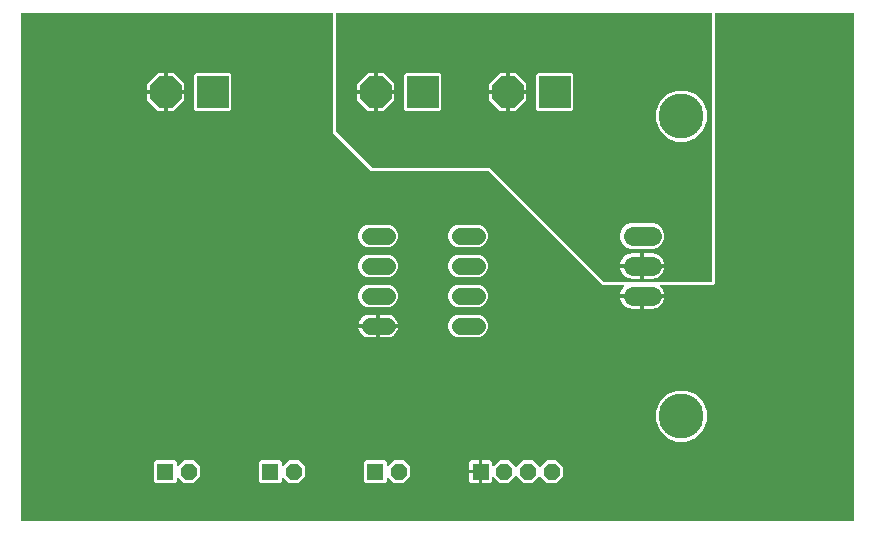
<source format=gbr>
G04 EAGLE Gerber RS-274X export*
G75*
%MOMM*%
%FSLAX34Y34*%
%LPD*%
%INBottom Copper*%
%IPPOS*%
%AMOC8*
5,1,8,0,0,1.08239X$1,22.5*%
G01*
%ADD10C,1.422400*%
%ADD11R,2.667000X2.667000*%
%ADD12P,2.886734X8X292.500000*%
%ADD13R,1.422400X1.422400*%
%ADD14P,1.539592X8X112.500000*%
%ADD15C,1.625600*%
%ADD16C,5.842000*%
%ADD17C,1.009600*%
%ADD18C,3.810000*%
%ADD19C,0.858000*%

G36*
X707464Y2798D02*
X707464Y2798D01*
X707483Y2796D01*
X707585Y2818D01*
X707687Y2834D01*
X707704Y2844D01*
X707724Y2848D01*
X707813Y2901D01*
X707904Y2950D01*
X707918Y2964D01*
X707935Y2974D01*
X708002Y3053D01*
X708074Y3128D01*
X708082Y3146D01*
X708095Y3161D01*
X708134Y3257D01*
X708177Y3351D01*
X708179Y3371D01*
X708187Y3389D01*
X708205Y3556D01*
X708205Y432444D01*
X708202Y432464D01*
X708204Y432483D01*
X708182Y432585D01*
X708166Y432687D01*
X708156Y432704D01*
X708152Y432724D01*
X708099Y432813D01*
X708050Y432904D01*
X708036Y432918D01*
X708026Y432935D01*
X707947Y433002D01*
X707872Y433074D01*
X707854Y433082D01*
X707839Y433095D01*
X707743Y433134D01*
X707649Y433177D01*
X707629Y433179D01*
X707611Y433187D01*
X707444Y433205D01*
X591304Y433205D01*
X591284Y433202D01*
X591265Y433204D01*
X591163Y433182D01*
X591061Y433166D01*
X591044Y433156D01*
X591024Y433152D01*
X590935Y433099D01*
X590844Y433050D01*
X590830Y433036D01*
X590813Y433026D01*
X590746Y432947D01*
X590674Y432872D01*
X590666Y432854D01*
X590653Y432839D01*
X590614Y432743D01*
X590571Y432649D01*
X590569Y432629D01*
X590561Y432611D01*
X590543Y432444D01*
X590543Y204832D01*
X588608Y202897D01*
X544476Y202897D01*
X544406Y202886D01*
X544334Y202884D01*
X544285Y202866D01*
X544234Y202858D01*
X544170Y202824D01*
X544103Y202799D01*
X544062Y202767D01*
X544016Y202742D01*
X543967Y202690D01*
X543911Y202646D01*
X543883Y202602D01*
X543847Y202564D01*
X543817Y202499D01*
X543778Y202439D01*
X543765Y202388D01*
X543743Y202341D01*
X543735Y202270D01*
X543718Y202200D01*
X543722Y202148D01*
X543716Y202097D01*
X543731Y202026D01*
X543737Y201955D01*
X543757Y201907D01*
X543768Y201856D01*
X543805Y201795D01*
X543833Y201729D01*
X543878Y201673D01*
X543895Y201645D01*
X543912Y201630D01*
X543938Y201598D01*
X545086Y200450D01*
X546073Y199092D01*
X546835Y197595D01*
X547354Y195998D01*
X547508Y195023D01*
X529582Y195023D01*
X529562Y195020D01*
X529543Y195022D01*
X529441Y195000D01*
X529339Y194983D01*
X529322Y194974D01*
X529302Y194970D01*
X529213Y194917D01*
X529122Y194868D01*
X529108Y194854D01*
X529091Y194844D01*
X529024Y194765D01*
X528953Y194690D01*
X528944Y194672D01*
X528931Y194657D01*
X528893Y194561D01*
X528849Y194467D01*
X528847Y194447D01*
X528839Y194429D01*
X528821Y194262D01*
X528821Y193499D01*
X528819Y193499D01*
X528819Y194262D01*
X528816Y194282D01*
X528818Y194301D01*
X528796Y194403D01*
X528779Y194505D01*
X528770Y194522D01*
X528766Y194542D01*
X528713Y194631D01*
X528664Y194722D01*
X528650Y194736D01*
X528640Y194753D01*
X528561Y194820D01*
X528486Y194891D01*
X528468Y194900D01*
X528453Y194913D01*
X528357Y194952D01*
X528263Y194995D01*
X528243Y194997D01*
X528225Y195005D01*
X528058Y195023D01*
X510132Y195023D01*
X510286Y195998D01*
X510805Y197595D01*
X511567Y199092D01*
X512554Y200450D01*
X513702Y201598D01*
X513744Y201656D01*
X513793Y201708D01*
X513815Y201755D01*
X513845Y201797D01*
X513867Y201866D01*
X513897Y201931D01*
X513902Y201983D01*
X513918Y202033D01*
X513916Y202104D01*
X513924Y202175D01*
X513913Y202226D01*
X513911Y202278D01*
X513887Y202346D01*
X513872Y202416D01*
X513845Y202461D01*
X513827Y202509D01*
X513782Y202565D01*
X513745Y202627D01*
X513706Y202661D01*
X513673Y202701D01*
X513613Y202740D01*
X513558Y202787D01*
X513510Y202806D01*
X513466Y202834D01*
X513397Y202852D01*
X513330Y202879D01*
X513259Y202887D01*
X513228Y202895D01*
X513205Y202893D01*
X513164Y202897D01*
X495932Y202897D01*
X399355Y299474D01*
X399281Y299527D01*
X399212Y299587D01*
X399181Y299599D01*
X399155Y299618D01*
X399068Y299645D01*
X398983Y299679D01*
X398942Y299683D01*
X398920Y299690D01*
X398888Y299689D01*
X398817Y299697D01*
X299132Y299697D01*
X267197Y331632D01*
X267197Y432444D01*
X267194Y432464D01*
X267196Y432483D01*
X267174Y432585D01*
X267158Y432687D01*
X267148Y432704D01*
X267144Y432724D01*
X267091Y432813D01*
X267042Y432904D01*
X267028Y432918D01*
X267018Y432935D01*
X266939Y433002D01*
X266864Y433074D01*
X266846Y433082D01*
X266831Y433095D01*
X266735Y433134D01*
X266641Y433177D01*
X266621Y433179D01*
X266603Y433187D01*
X266436Y433205D01*
X3556Y433205D01*
X3536Y433202D01*
X3517Y433204D01*
X3415Y433182D01*
X3313Y433166D01*
X3296Y433156D01*
X3276Y433152D01*
X3187Y433099D01*
X3096Y433050D01*
X3082Y433036D01*
X3065Y433026D01*
X2998Y432947D01*
X2926Y432872D01*
X2918Y432854D01*
X2905Y432839D01*
X2866Y432743D01*
X2823Y432649D01*
X2821Y432629D01*
X2813Y432611D01*
X2795Y432444D01*
X2795Y3556D01*
X2798Y3536D01*
X2796Y3517D01*
X2818Y3415D01*
X2834Y3313D01*
X2844Y3296D01*
X2848Y3276D01*
X2901Y3187D01*
X2950Y3096D01*
X2964Y3082D01*
X2974Y3065D01*
X3053Y2998D01*
X3128Y2926D01*
X3146Y2918D01*
X3161Y2905D01*
X3257Y2866D01*
X3351Y2823D01*
X3371Y2821D01*
X3389Y2813D01*
X3556Y2795D01*
X707444Y2795D01*
X707464Y2798D01*
G37*
G36*
X587260Y205442D02*
X587260Y205442D01*
X587279Y205440D01*
X587381Y205462D01*
X587483Y205479D01*
X587500Y205488D01*
X587520Y205492D01*
X587609Y205545D01*
X587700Y205594D01*
X587714Y205608D01*
X587731Y205618D01*
X587798Y205697D01*
X587870Y205772D01*
X587878Y205790D01*
X587891Y205805D01*
X587930Y205901D01*
X587973Y205995D01*
X587975Y206015D01*
X587983Y206033D01*
X588001Y206200D01*
X588001Y432444D01*
X587998Y432464D01*
X588000Y432483D01*
X587978Y432585D01*
X587962Y432687D01*
X587952Y432704D01*
X587948Y432724D01*
X587895Y432813D01*
X587846Y432904D01*
X587832Y432918D01*
X587822Y432935D01*
X587743Y433002D01*
X587668Y433074D01*
X587650Y433082D01*
X587635Y433095D01*
X587539Y433134D01*
X587445Y433177D01*
X587425Y433179D01*
X587407Y433187D01*
X587240Y433205D01*
X270500Y433205D01*
X270480Y433202D01*
X270461Y433204D01*
X270359Y433182D01*
X270257Y433166D01*
X270240Y433156D01*
X270220Y433152D01*
X270131Y433099D01*
X270040Y433050D01*
X270026Y433036D01*
X270009Y433026D01*
X269942Y432947D01*
X269871Y432872D01*
X269862Y432854D01*
X269849Y432839D01*
X269810Y432743D01*
X269767Y432649D01*
X269765Y432629D01*
X269757Y432611D01*
X269739Y432444D01*
X269739Y333000D01*
X269754Y332910D01*
X269761Y332819D01*
X269773Y332789D01*
X269779Y332757D01*
X269821Y332677D01*
X269857Y332593D01*
X269883Y332561D01*
X269894Y332540D01*
X269917Y332518D01*
X269962Y332462D01*
X299962Y302462D01*
X300036Y302409D01*
X300105Y302349D01*
X300135Y302337D01*
X300161Y302318D01*
X300248Y302291D01*
X300333Y302257D01*
X300374Y302253D01*
X300397Y302246D01*
X300429Y302247D01*
X300500Y302239D01*
X400185Y302239D01*
X496762Y205662D01*
X496836Y205609D01*
X496905Y205549D01*
X496935Y205537D01*
X496961Y205518D01*
X497048Y205491D01*
X497133Y205457D01*
X497174Y205453D01*
X497197Y205446D01*
X497229Y205447D01*
X497300Y205439D01*
X587240Y205439D01*
X587260Y205442D01*
G37*
%LPC*%
G36*
X557545Y324309D02*
X557545Y324309D01*
X549610Y327596D01*
X543536Y333670D01*
X540249Y341605D01*
X540249Y350195D01*
X543536Y358130D01*
X549610Y364204D01*
X557545Y367491D01*
X566135Y367491D01*
X574070Y364204D01*
X580144Y358130D01*
X583431Y350195D01*
X583431Y341605D01*
X580144Y333670D01*
X574070Y327596D01*
X566135Y324309D01*
X557545Y324309D01*
G37*
%LPD*%
%LPC*%
G36*
X557545Y70309D02*
X557545Y70309D01*
X549610Y73596D01*
X543536Y79670D01*
X540249Y87605D01*
X540249Y96195D01*
X543536Y104130D01*
X549610Y110204D01*
X557545Y113491D01*
X566135Y113491D01*
X574070Y110204D01*
X580144Y104130D01*
X583431Y96195D01*
X583431Y87605D01*
X580144Y79670D01*
X574070Y73596D01*
X566135Y70309D01*
X557545Y70309D01*
G37*
%LPD*%
%LPC*%
G36*
X393663Y35257D02*
X393663Y35257D01*
X393663Y44148D01*
X393660Y44168D01*
X393662Y44187D01*
X393640Y44289D01*
X393623Y44391D01*
X393614Y44408D01*
X393610Y44428D01*
X393557Y44517D01*
X393508Y44608D01*
X393494Y44622D01*
X393484Y44639D01*
X393405Y44706D01*
X393330Y44777D01*
X393312Y44786D01*
X393297Y44799D01*
X393201Y44837D01*
X393107Y44881D01*
X393087Y44883D01*
X393069Y44891D01*
X392902Y44909D01*
X392139Y44909D01*
X392139Y44911D01*
X392902Y44911D01*
X392922Y44914D01*
X392941Y44912D01*
X393043Y44934D01*
X393145Y44951D01*
X393162Y44960D01*
X393182Y44964D01*
X393271Y45017D01*
X393362Y45066D01*
X393376Y45080D01*
X393393Y45090D01*
X393460Y45169D01*
X393531Y45244D01*
X393540Y45262D01*
X393553Y45277D01*
X393592Y45373D01*
X393635Y45467D01*
X393637Y45487D01*
X393645Y45505D01*
X393663Y45672D01*
X393663Y54563D01*
X399586Y54563D01*
X400233Y54390D01*
X400812Y54055D01*
X401285Y53582D01*
X401620Y53003D01*
X401793Y52356D01*
X401793Y50052D01*
X401804Y49981D01*
X401806Y49909D01*
X401824Y49860D01*
X401832Y49809D01*
X401866Y49745D01*
X401891Y49678D01*
X401923Y49637D01*
X401948Y49591D01*
X402000Y49542D01*
X402044Y49486D01*
X402088Y49458D01*
X402126Y49422D01*
X402191Y49392D01*
X402251Y49353D01*
X402302Y49340D01*
X402349Y49318D01*
X402420Y49311D01*
X402490Y49293D01*
X402542Y49297D01*
X402593Y49291D01*
X402664Y49307D01*
X402735Y49312D01*
X402783Y49332D01*
X402834Y49344D01*
X402895Y49380D01*
X402961Y49408D01*
X403017Y49453D01*
X403045Y49470D01*
X403060Y49488D01*
X403092Y49513D01*
X408142Y54563D01*
X416138Y54563D01*
X421602Y49099D01*
X421618Y49088D01*
X421630Y49072D01*
X421718Y49016D01*
X421801Y48956D01*
X421820Y48950D01*
X421837Y48939D01*
X421938Y48914D01*
X422037Y48883D01*
X422056Y48884D01*
X422076Y48879D01*
X422179Y48887D01*
X422282Y48890D01*
X422301Y48897D01*
X422321Y48898D01*
X422416Y48939D01*
X422513Y48974D01*
X422529Y48987D01*
X422547Y48994D01*
X422678Y49099D01*
X428142Y54563D01*
X436138Y54563D01*
X441602Y49099D01*
X441618Y49088D01*
X441630Y49072D01*
X441718Y49016D01*
X441801Y48956D01*
X441820Y48950D01*
X441837Y48939D01*
X441938Y48914D01*
X442037Y48883D01*
X442056Y48884D01*
X442076Y48879D01*
X442179Y48887D01*
X442282Y48890D01*
X442301Y48897D01*
X442321Y48898D01*
X442416Y48939D01*
X442513Y48974D01*
X442529Y48987D01*
X442547Y48994D01*
X442678Y49099D01*
X448142Y54563D01*
X456138Y54563D01*
X461793Y48908D01*
X461793Y40912D01*
X456138Y35257D01*
X448142Y35257D01*
X442678Y40721D01*
X442662Y40732D01*
X442650Y40748D01*
X442562Y40804D01*
X442479Y40864D01*
X442460Y40870D01*
X442443Y40881D01*
X442342Y40906D01*
X442243Y40937D01*
X442224Y40936D01*
X442204Y40941D01*
X442101Y40933D01*
X441998Y40930D01*
X441979Y40923D01*
X441959Y40922D01*
X441864Y40882D01*
X441767Y40846D01*
X441751Y40833D01*
X441733Y40826D01*
X441602Y40721D01*
X436138Y35257D01*
X428142Y35257D01*
X422678Y40721D01*
X422662Y40732D01*
X422650Y40748D01*
X422562Y40804D01*
X422479Y40864D01*
X422460Y40870D01*
X422443Y40881D01*
X422342Y40906D01*
X422243Y40937D01*
X422224Y40936D01*
X422204Y40941D01*
X422101Y40933D01*
X421998Y40930D01*
X421979Y40923D01*
X421959Y40922D01*
X421864Y40882D01*
X421767Y40846D01*
X421751Y40833D01*
X421733Y40826D01*
X421602Y40721D01*
X416138Y35257D01*
X408142Y35257D01*
X403092Y40307D01*
X403034Y40349D01*
X402982Y40398D01*
X402935Y40420D01*
X402893Y40450D01*
X402824Y40471D01*
X402759Y40502D01*
X402707Y40507D01*
X402657Y40523D01*
X402586Y40521D01*
X402515Y40529D01*
X402464Y40518D01*
X402412Y40516D01*
X402344Y40492D01*
X402274Y40476D01*
X402229Y40450D01*
X402181Y40432D01*
X402125Y40387D01*
X402063Y40350D01*
X402029Y40311D01*
X401989Y40278D01*
X401950Y40218D01*
X401903Y40163D01*
X401884Y40115D01*
X401856Y40071D01*
X401838Y40002D01*
X401811Y39935D01*
X401803Y39864D01*
X401795Y39833D01*
X401797Y39809D01*
X401793Y39768D01*
X401793Y37464D01*
X401620Y36817D01*
X401285Y36238D01*
X400812Y35765D01*
X400233Y35430D01*
X399586Y35257D01*
X393663Y35257D01*
G37*
%LPD*%
%LPC*%
G36*
X440253Y350344D02*
X440253Y350344D01*
X438764Y351833D01*
X438764Y380607D01*
X440253Y382096D01*
X469027Y382096D01*
X470516Y380607D01*
X470516Y351833D01*
X469027Y350344D01*
X440253Y350344D01*
G37*
%LPD*%
%LPC*%
G36*
X328493Y350344D02*
X328493Y350344D01*
X327004Y351833D01*
X327004Y380607D01*
X328493Y382096D01*
X357267Y382096D01*
X358756Y380607D01*
X358756Y351833D01*
X357267Y350344D01*
X328493Y350344D01*
G37*
%LPD*%
%LPC*%
G36*
X150693Y350344D02*
X150693Y350344D01*
X149204Y351833D01*
X149204Y380607D01*
X150693Y382096D01*
X179467Y382096D01*
X180956Y380607D01*
X180956Y351833D01*
X179467Y350344D01*
X150693Y350344D01*
G37*
%LPD*%
%LPC*%
G36*
X518570Y233631D02*
X518570Y233631D01*
X514649Y235255D01*
X511647Y238257D01*
X510023Y242178D01*
X510023Y246422D01*
X511647Y250343D01*
X514649Y253345D01*
X518570Y254969D01*
X539070Y254969D01*
X542991Y253345D01*
X545993Y250343D01*
X547617Y246422D01*
X547617Y242178D01*
X545993Y238257D01*
X542991Y235255D01*
X539070Y233631D01*
X518570Y233631D01*
G37*
%LPD*%
%LPC*%
G36*
X294756Y35257D02*
X294756Y35257D01*
X293267Y36746D01*
X293267Y53074D01*
X294756Y54563D01*
X311084Y54563D01*
X312573Y53074D01*
X312573Y50052D01*
X312584Y49981D01*
X312586Y49909D01*
X312604Y49860D01*
X312612Y49809D01*
X312646Y49745D01*
X312671Y49678D01*
X312703Y49637D01*
X312728Y49591D01*
X312780Y49542D01*
X312824Y49486D01*
X312868Y49458D01*
X312906Y49422D01*
X312971Y49392D01*
X313031Y49353D01*
X313082Y49340D01*
X313129Y49318D01*
X313200Y49311D01*
X313270Y49293D01*
X313322Y49297D01*
X313373Y49291D01*
X313444Y49307D01*
X313515Y49312D01*
X313563Y49332D01*
X313614Y49344D01*
X313675Y49380D01*
X313741Y49408D01*
X313797Y49453D01*
X313825Y49470D01*
X313840Y49488D01*
X313872Y49513D01*
X318922Y54563D01*
X326918Y54563D01*
X332573Y48908D01*
X332573Y40912D01*
X326918Y35257D01*
X318922Y35257D01*
X313872Y40307D01*
X313814Y40349D01*
X313762Y40398D01*
X313715Y40420D01*
X313673Y40450D01*
X313604Y40471D01*
X313539Y40502D01*
X313487Y40507D01*
X313437Y40523D01*
X313366Y40521D01*
X313295Y40529D01*
X313244Y40518D01*
X313192Y40516D01*
X313124Y40492D01*
X313054Y40476D01*
X313009Y40450D01*
X312961Y40432D01*
X312905Y40387D01*
X312843Y40350D01*
X312809Y40311D01*
X312769Y40278D01*
X312730Y40218D01*
X312683Y40163D01*
X312664Y40115D01*
X312636Y40071D01*
X312618Y40002D01*
X312591Y39935D01*
X312583Y39864D01*
X312575Y39833D01*
X312577Y39809D01*
X312573Y39768D01*
X312573Y36746D01*
X311084Y35257D01*
X294756Y35257D01*
G37*
%LPD*%
%LPC*%
G36*
X205856Y35257D02*
X205856Y35257D01*
X204367Y36746D01*
X204367Y53074D01*
X205856Y54563D01*
X222184Y54563D01*
X223673Y53074D01*
X223673Y50052D01*
X223684Y49981D01*
X223686Y49909D01*
X223704Y49860D01*
X223712Y49809D01*
X223746Y49745D01*
X223771Y49678D01*
X223803Y49637D01*
X223828Y49591D01*
X223880Y49542D01*
X223924Y49486D01*
X223968Y49458D01*
X224006Y49422D01*
X224071Y49392D01*
X224131Y49353D01*
X224182Y49340D01*
X224229Y49318D01*
X224300Y49311D01*
X224370Y49293D01*
X224422Y49297D01*
X224473Y49291D01*
X224544Y49307D01*
X224615Y49312D01*
X224663Y49332D01*
X224714Y49344D01*
X224775Y49380D01*
X224841Y49408D01*
X224897Y49453D01*
X224925Y49470D01*
X224940Y49488D01*
X224972Y49513D01*
X230022Y54563D01*
X238018Y54563D01*
X243673Y48908D01*
X243673Y40912D01*
X238018Y35257D01*
X230022Y35257D01*
X224972Y40307D01*
X224914Y40349D01*
X224862Y40398D01*
X224815Y40420D01*
X224773Y40450D01*
X224704Y40471D01*
X224639Y40502D01*
X224587Y40507D01*
X224537Y40523D01*
X224466Y40521D01*
X224395Y40529D01*
X224344Y40518D01*
X224292Y40516D01*
X224224Y40492D01*
X224154Y40476D01*
X224109Y40450D01*
X224061Y40432D01*
X224005Y40387D01*
X223943Y40350D01*
X223909Y40311D01*
X223869Y40278D01*
X223830Y40218D01*
X223783Y40163D01*
X223764Y40115D01*
X223736Y40071D01*
X223718Y40002D01*
X223691Y39935D01*
X223683Y39864D01*
X223675Y39833D01*
X223677Y39809D01*
X223673Y39768D01*
X223673Y36746D01*
X222184Y35257D01*
X205856Y35257D01*
G37*
%LPD*%
%LPC*%
G36*
X116956Y35257D02*
X116956Y35257D01*
X115467Y36746D01*
X115467Y53074D01*
X116956Y54563D01*
X133284Y54563D01*
X134773Y53074D01*
X134773Y50052D01*
X134784Y49981D01*
X134786Y49909D01*
X134804Y49860D01*
X134812Y49809D01*
X134846Y49745D01*
X134871Y49678D01*
X134903Y49637D01*
X134928Y49591D01*
X134980Y49542D01*
X135024Y49486D01*
X135068Y49458D01*
X135106Y49422D01*
X135171Y49392D01*
X135231Y49353D01*
X135282Y49340D01*
X135329Y49318D01*
X135400Y49311D01*
X135470Y49293D01*
X135522Y49297D01*
X135573Y49291D01*
X135644Y49307D01*
X135715Y49312D01*
X135763Y49332D01*
X135814Y49344D01*
X135875Y49380D01*
X135941Y49408D01*
X135997Y49453D01*
X136025Y49470D01*
X136040Y49488D01*
X136072Y49513D01*
X141122Y54563D01*
X149118Y54563D01*
X154773Y48908D01*
X154773Y40912D01*
X149118Y35257D01*
X141122Y35257D01*
X136072Y40307D01*
X136014Y40349D01*
X135962Y40398D01*
X135915Y40420D01*
X135873Y40450D01*
X135804Y40471D01*
X135739Y40502D01*
X135687Y40507D01*
X135637Y40523D01*
X135566Y40521D01*
X135495Y40529D01*
X135444Y40518D01*
X135392Y40516D01*
X135324Y40492D01*
X135254Y40476D01*
X135209Y40450D01*
X135161Y40432D01*
X135105Y40387D01*
X135043Y40350D01*
X135009Y40311D01*
X134969Y40278D01*
X134930Y40218D01*
X134883Y40163D01*
X134864Y40115D01*
X134836Y40071D01*
X134818Y40002D01*
X134791Y39935D01*
X134783Y39864D01*
X134775Y39833D01*
X134777Y39809D01*
X134773Y39768D01*
X134773Y36746D01*
X133284Y35257D01*
X116956Y35257D01*
G37*
%LPD*%
%LPC*%
G36*
X372468Y209247D02*
X372468Y209247D01*
X368920Y210717D01*
X366205Y213432D01*
X364735Y216980D01*
X364735Y220820D01*
X366205Y224368D01*
X368920Y227083D01*
X372468Y228553D01*
X390532Y228553D01*
X394080Y227083D01*
X396795Y224368D01*
X398265Y220820D01*
X398265Y216980D01*
X396795Y213432D01*
X394080Y210717D01*
X390532Y209247D01*
X372468Y209247D01*
G37*
%LPD*%
%LPC*%
G36*
X296268Y209247D02*
X296268Y209247D01*
X292720Y210717D01*
X290005Y213432D01*
X288535Y216980D01*
X288535Y220820D01*
X290005Y224368D01*
X292720Y227083D01*
X296268Y228553D01*
X314332Y228553D01*
X317880Y227083D01*
X320595Y224368D01*
X322065Y220820D01*
X322065Y216980D01*
X320595Y213432D01*
X317880Y210717D01*
X314332Y209247D01*
X296268Y209247D01*
G37*
%LPD*%
%LPC*%
G36*
X372468Y158447D02*
X372468Y158447D01*
X368920Y159917D01*
X366205Y162632D01*
X364735Y166180D01*
X364735Y170020D01*
X366205Y173568D01*
X368920Y176283D01*
X372468Y177753D01*
X390532Y177753D01*
X394080Y176283D01*
X396795Y173568D01*
X398265Y170020D01*
X398265Y166180D01*
X396795Y162632D01*
X394080Y159917D01*
X390532Y158447D01*
X372468Y158447D01*
G37*
%LPD*%
%LPC*%
G36*
X296268Y183847D02*
X296268Y183847D01*
X292720Y185317D01*
X290005Y188032D01*
X288535Y191580D01*
X288535Y195420D01*
X290005Y198968D01*
X292720Y201683D01*
X296268Y203153D01*
X314332Y203153D01*
X317880Y201683D01*
X320595Y198968D01*
X322065Y195420D01*
X322065Y191580D01*
X320595Y188032D01*
X317880Y185317D01*
X314332Y183847D01*
X296268Y183847D01*
G37*
%LPD*%
%LPC*%
G36*
X372468Y234647D02*
X372468Y234647D01*
X368920Y236117D01*
X366205Y238832D01*
X364735Y242380D01*
X364735Y246220D01*
X366205Y249768D01*
X368920Y252483D01*
X372468Y253953D01*
X390532Y253953D01*
X394080Y252483D01*
X396795Y249768D01*
X398265Y246220D01*
X398265Y242380D01*
X396795Y238832D01*
X394080Y236117D01*
X390532Y234647D01*
X372468Y234647D01*
G37*
%LPD*%
%LPC*%
G36*
X296268Y234647D02*
X296268Y234647D01*
X292720Y236117D01*
X290005Y238832D01*
X288535Y242380D01*
X288535Y246220D01*
X290005Y249768D01*
X292720Y252483D01*
X296268Y253953D01*
X314332Y253953D01*
X317880Y252483D01*
X320595Y249768D01*
X322065Y246220D01*
X322065Y242380D01*
X320595Y238832D01*
X317880Y236117D01*
X314332Y234647D01*
X296268Y234647D01*
G37*
%LPD*%
%LPC*%
G36*
X372468Y183847D02*
X372468Y183847D01*
X368920Y185317D01*
X366205Y188032D01*
X364735Y191580D01*
X364735Y195420D01*
X366205Y198968D01*
X368920Y201683D01*
X372468Y203153D01*
X390532Y203153D01*
X394080Y201683D01*
X396795Y198968D01*
X398265Y195420D01*
X398265Y191580D01*
X396795Y188032D01*
X394080Y185317D01*
X390532Y183847D01*
X372468Y183847D01*
G37*
%LPD*%
%LPC*%
G36*
X127003Y367743D02*
X127003Y367743D01*
X127003Y382096D01*
X132056Y382096D01*
X141356Y372796D01*
X141356Y367743D01*
X127003Y367743D01*
G37*
%LPD*%
%LPC*%
G36*
X304803Y367743D02*
X304803Y367743D01*
X304803Y382096D01*
X309856Y382096D01*
X319156Y372796D01*
X319156Y367743D01*
X304803Y367743D01*
G37*
%LPD*%
%LPC*%
G36*
X416563Y367743D02*
X416563Y367743D01*
X416563Y382096D01*
X421616Y382096D01*
X430916Y372796D01*
X430916Y367743D01*
X416563Y367743D01*
G37*
%LPD*%
%LPC*%
G36*
X416563Y350344D02*
X416563Y350344D01*
X416563Y364697D01*
X430916Y364697D01*
X430916Y359644D01*
X421616Y350344D01*
X416563Y350344D01*
G37*
%LPD*%
%LPC*%
G36*
X127003Y350344D02*
X127003Y350344D01*
X127003Y364697D01*
X141356Y364697D01*
X141356Y359644D01*
X132056Y350344D01*
X127003Y350344D01*
G37*
%LPD*%
%LPC*%
G36*
X304803Y350344D02*
X304803Y350344D01*
X304803Y364697D01*
X319156Y364697D01*
X319156Y359644D01*
X309856Y350344D01*
X304803Y350344D01*
G37*
%LPD*%
%LPC*%
G36*
X109604Y367743D02*
X109604Y367743D01*
X109604Y372796D01*
X118904Y382096D01*
X123957Y382096D01*
X123957Y367743D01*
X109604Y367743D01*
G37*
%LPD*%
%LPC*%
G36*
X287404Y367743D02*
X287404Y367743D01*
X287404Y372796D01*
X296704Y382096D01*
X301757Y382096D01*
X301757Y367743D01*
X287404Y367743D01*
G37*
%LPD*%
%LPC*%
G36*
X399164Y367743D02*
X399164Y367743D01*
X399164Y372796D01*
X408464Y382096D01*
X413517Y382096D01*
X413517Y367743D01*
X399164Y367743D01*
G37*
%LPD*%
%LPC*%
G36*
X408464Y350344D02*
X408464Y350344D01*
X399164Y359644D01*
X399164Y364697D01*
X413517Y364697D01*
X413517Y350344D01*
X408464Y350344D01*
G37*
%LPD*%
%LPC*%
G36*
X296704Y350344D02*
X296704Y350344D01*
X287404Y359644D01*
X287404Y364697D01*
X301757Y364697D01*
X301757Y350344D01*
X296704Y350344D01*
G37*
%LPD*%
%LPC*%
G36*
X118904Y350344D02*
X118904Y350344D01*
X109604Y359644D01*
X109604Y364697D01*
X123957Y364697D01*
X123957Y350344D01*
X118904Y350344D01*
G37*
%LPD*%
%LPC*%
G36*
X530343Y220423D02*
X530343Y220423D01*
X530343Y229569D01*
X537788Y229569D01*
X539446Y229306D01*
X541043Y228787D01*
X542540Y228025D01*
X543898Y227038D01*
X545086Y225850D01*
X546073Y224492D01*
X546835Y222995D01*
X547354Y221398D01*
X547508Y220423D01*
X530343Y220423D01*
G37*
%LPD*%
%LPC*%
G36*
X510132Y220423D02*
X510132Y220423D01*
X510286Y221398D01*
X510805Y222995D01*
X511567Y224492D01*
X512554Y225850D01*
X513742Y227038D01*
X515100Y228025D01*
X516597Y228787D01*
X518194Y229306D01*
X519852Y229569D01*
X527297Y229569D01*
X527297Y220423D01*
X510132Y220423D01*
G37*
%LPD*%
%LPC*%
G36*
X530343Y182831D02*
X530343Y182831D01*
X530343Y191977D01*
X547508Y191977D01*
X547354Y191002D01*
X546835Y189405D01*
X546073Y187908D01*
X545086Y186550D01*
X543898Y185362D01*
X542540Y184375D01*
X541043Y183613D01*
X539446Y183094D01*
X537788Y182831D01*
X530343Y182831D01*
G37*
%LPD*%
%LPC*%
G36*
X530343Y208231D02*
X530343Y208231D01*
X530343Y217377D01*
X547508Y217377D01*
X547354Y216402D01*
X546835Y214805D01*
X546073Y213308D01*
X545086Y211950D01*
X543898Y210762D01*
X542540Y209775D01*
X541043Y209013D01*
X539446Y208494D01*
X537788Y208231D01*
X530343Y208231D01*
G37*
%LPD*%
%LPC*%
G36*
X519852Y182831D02*
X519852Y182831D01*
X518194Y183094D01*
X516597Y183613D01*
X515100Y184375D01*
X513742Y185362D01*
X512554Y186550D01*
X511567Y187908D01*
X510805Y189405D01*
X510286Y191002D01*
X510132Y191977D01*
X527297Y191977D01*
X527297Y182831D01*
X519852Y182831D01*
G37*
%LPD*%
%LPC*%
G36*
X519852Y208231D02*
X519852Y208231D01*
X518194Y208494D01*
X516597Y209013D01*
X515100Y209775D01*
X513742Y210762D01*
X512554Y211950D01*
X511567Y213308D01*
X510805Y214805D01*
X510286Y216402D01*
X510132Y217377D01*
X527297Y217377D01*
X527297Y208231D01*
X519852Y208231D01*
G37*
%LPD*%
%LPC*%
G36*
X306823Y169623D02*
X306823Y169623D01*
X306823Y177753D01*
X313172Y177753D01*
X314672Y177515D01*
X316117Y177046D01*
X317471Y176356D01*
X318700Y175463D01*
X319775Y174388D01*
X320668Y173159D01*
X321358Y171805D01*
X321827Y170360D01*
X321944Y169623D01*
X306823Y169623D01*
G37*
%LPD*%
%LPC*%
G36*
X288656Y169623D02*
X288656Y169623D01*
X288773Y170360D01*
X289242Y171805D01*
X289932Y173159D01*
X290825Y174388D01*
X291900Y175463D01*
X293129Y176356D01*
X294483Y177046D01*
X295928Y177515D01*
X297428Y177753D01*
X303777Y177753D01*
X303777Y169623D01*
X288656Y169623D01*
G37*
%LPD*%
%LPC*%
G36*
X306823Y158447D02*
X306823Y158447D01*
X306823Y166577D01*
X321944Y166577D01*
X321827Y165840D01*
X321358Y164395D01*
X320668Y163041D01*
X319775Y161812D01*
X318700Y160737D01*
X317471Y159844D01*
X316117Y159154D01*
X314672Y158685D01*
X313172Y158447D01*
X306823Y158447D01*
G37*
%LPD*%
%LPC*%
G36*
X297428Y158447D02*
X297428Y158447D01*
X295928Y158685D01*
X294483Y159154D01*
X293129Y159844D01*
X291900Y160737D01*
X290825Y161812D01*
X289932Y163041D01*
X289242Y164395D01*
X288773Y165840D01*
X288656Y166577D01*
X303777Y166577D01*
X303777Y158447D01*
X297428Y158447D01*
G37*
%LPD*%
%LPC*%
G36*
X382487Y46433D02*
X382487Y46433D01*
X382487Y52356D01*
X382660Y53003D01*
X382995Y53582D01*
X383468Y54055D01*
X384047Y54390D01*
X384694Y54563D01*
X390617Y54563D01*
X390617Y46433D01*
X382487Y46433D01*
G37*
%LPD*%
%LPC*%
G36*
X384694Y35257D02*
X384694Y35257D01*
X384047Y35430D01*
X383468Y35765D01*
X382995Y36238D01*
X382660Y36817D01*
X382487Y37464D01*
X382487Y43387D01*
X390617Y43387D01*
X390617Y35257D01*
X384694Y35257D01*
G37*
%LPD*%
%LPC*%
G36*
X305299Y168099D02*
X305299Y168099D01*
X305299Y168101D01*
X305301Y168101D01*
X305301Y168099D01*
X305299Y168099D01*
G37*
%LPD*%
%LPC*%
G36*
X528819Y218899D02*
X528819Y218899D01*
X528819Y218901D01*
X528821Y218901D01*
X528821Y218899D01*
X528819Y218899D01*
G37*
%LPD*%
%LPC*%
G36*
X303279Y366219D02*
X303279Y366219D01*
X303279Y366221D01*
X303281Y366221D01*
X303281Y366219D01*
X303279Y366219D01*
G37*
%LPD*%
%LPC*%
G36*
X125479Y366219D02*
X125479Y366219D01*
X125479Y366221D01*
X125481Y366221D01*
X125481Y366219D01*
X125479Y366219D01*
G37*
%LPD*%
%LPC*%
G36*
X415039Y366219D02*
X415039Y366219D01*
X415039Y366221D01*
X415041Y366221D01*
X415041Y366219D01*
X415039Y366219D01*
G37*
%LPD*%
D10*
X298188Y244300D02*
X312412Y244300D01*
X312412Y218900D02*
X298188Y218900D01*
X298188Y193500D02*
X312412Y193500D01*
X312412Y168100D02*
X298188Y168100D01*
X374388Y168100D02*
X388612Y168100D01*
X388612Y193500D02*
X374388Y193500D01*
X374388Y218900D02*
X388612Y218900D01*
X388612Y244300D02*
X374388Y244300D01*
D11*
X165080Y366220D03*
D12*
X125480Y366220D03*
D11*
X342880Y366220D03*
D12*
X303280Y366220D03*
D13*
X392140Y44910D03*
D14*
X412140Y44910D03*
X432140Y44910D03*
X452140Y44910D03*
D13*
X302920Y44910D03*
D14*
X322920Y44910D03*
D13*
X214020Y44910D03*
D14*
X234020Y44910D03*
D13*
X125120Y44910D03*
D14*
X145120Y44910D03*
D11*
X454640Y366220D03*
D12*
X415040Y366220D03*
D15*
X520692Y244300D02*
X536948Y244300D01*
X536948Y218900D02*
X520692Y218900D01*
X520692Y193500D02*
X536948Y193500D01*
D16*
X40000Y396000D03*
D17*
X31872Y417844D03*
X47112Y418098D03*
X59304Y408954D03*
X63114Y393714D03*
X56002Y379236D03*
X41524Y372886D03*
X25522Y377966D03*
X17140Y391682D03*
X19680Y407430D03*
D16*
X671000Y396000D03*
D17*
X662872Y417844D03*
X678112Y418098D03*
X690304Y408954D03*
X694114Y393714D03*
X687002Y379236D03*
X672524Y372886D03*
X656522Y377966D03*
X648140Y391682D03*
X650680Y407430D03*
D16*
X40000Y40000D03*
D17*
X31872Y61844D03*
X47112Y62098D03*
X59304Y52954D03*
X63114Y37714D03*
X56002Y23236D03*
X41524Y16886D03*
X25522Y21966D03*
X17140Y35682D03*
X19680Y51430D03*
D16*
X671000Y40000D03*
D17*
X662872Y61844D03*
X678112Y62098D03*
X690304Y52954D03*
X694114Y37714D03*
X687002Y23236D03*
X672524Y16886D03*
X656522Y21966D03*
X648140Y35682D03*
X650680Y51430D03*
D18*
X561840Y91900D03*
X561840Y345900D03*
D19*
X406900Y206200D03*
X174998Y235664D03*
X441960Y114300D03*
X280924Y130048D03*
X165100Y264160D03*
X368046Y282448D03*
X175260Y175260D03*
X187960Y207696D03*
M02*

</source>
